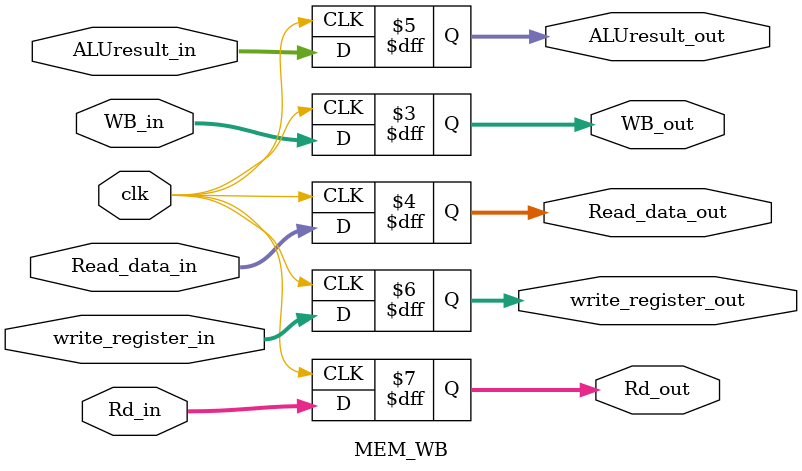
<source format=v>
module MEM_WB(
    input clk,
    input [1:0]WB_in,
    input [31:0]Read_data_in,
    input [31:0]ALUresult_in,
    input [4:0]write_register_in,
    input [4:0]Rd_in,

    output reg [1:0]WB_out,
    output reg [31:0]Read_data_out,
    output reg [31:0]ALUresult_out,
    output reg [4:0]write_register_out,
    output reg [4:0]Rd_out
);


initial begin
    WB_out = 2'b0;
    Read_data_out = 32'b0;
    ALUresult_out = 32'b0;
    write_register_out = 5'b0;
    Rd_out = 5'b0;
end

always @(posedge clk)begin
    WB_out = WB_in;
    Read_data_out = Read_data_in;
    ALUresult_out = ALUresult_in;
    write_register_out = write_register_in;
    Rd_out = Rd_in;
end


endmodule
</source>
